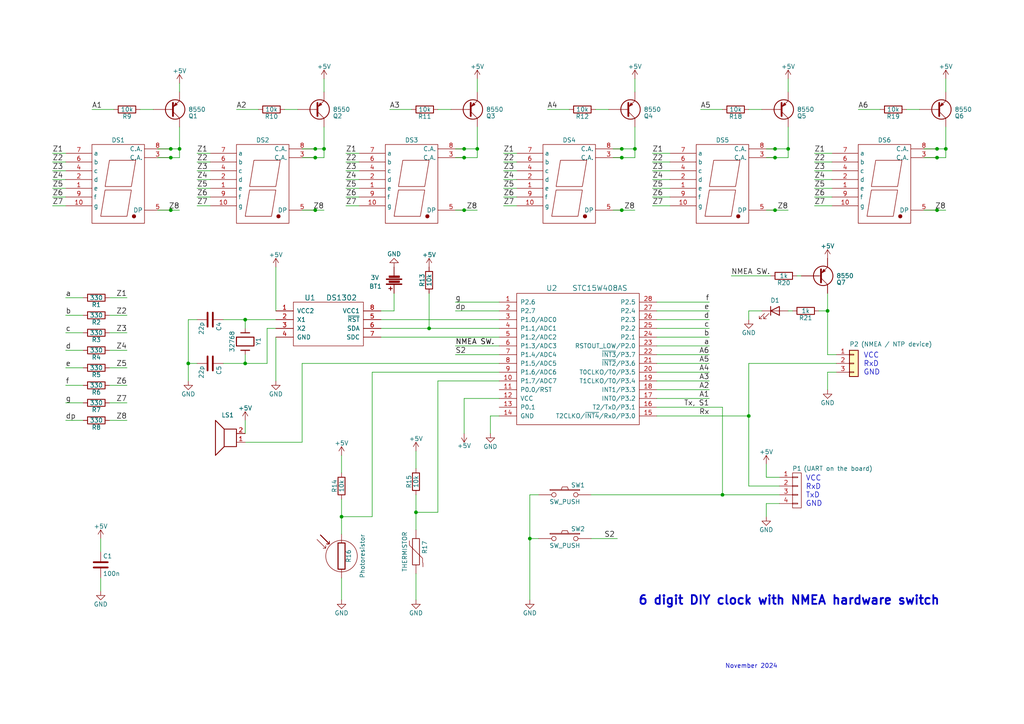
<source format=kicad_sch>
(kicad_sch (version 20231120) (generator "eeschema") (generator_version "8.0")
  (paper "A4")
  (lib_symbols
    (symbol "C_1" (pin_numbers hide) (pin_names (offset 0.254) hide)
      (property "Reference" "C" (at 0.635 2.54 0))
      (property "Value" "C" (at 0.635 -2.54 0))
      (symbol "C_1_1_1"
        (pin passive line (at 0 3.81 270) (length 2.794) (name "~") (number "1"))
        (pin passive line (at 0 -3.81 90) (length 2.794) (name "~") (number "2"))
      )
    )
    (symbol "C_2" (pin_numbers hide) (pin_names (offset 0.254) hide)
      (property "Reference" "C" (at 0.635 2.54 0))
      (property "Value" "C" (at 0.635 -2.54 0))
      (symbol "C_2_1_1"
        (pin passive line (at 0 3.81 270) (length 2.794) (name "~") (number "1"))
        (pin passive line (at 0 -3.81 90) (length 2.794) (name "~") (number "2"))
      )
    )
    (symbol "Connector_Generic:Conn_01x03" (pin_names (offset 1.016) hide)
      (property "Reference" "J" (at 0 5.08 0))
      (property "Value" "Conn_01x03" (at 0 -5.08 0))
      (symbol "Conn_01x03_1_1"
        (pin passive line (at -5.08 2.54 0) (length 3.81) (name "Pin_1") (number "1"))
        (pin passive line (at -5.08 0 0) (length 3.81) (name "Pin_2") (number "2"))
        (pin passive line (at -5.08 -2.54 0) (length 3.81) (name "Pin_3") (number "3"))
      )
    )
    (symbol "Device:LED" (pin_numbers hide) (pin_names (offset 1.016) hide)
      (property "Reference" "D" (at 0 2.54 0))
      (property "Value" "LED" (at 0 -2.54 0))
      (symbol "LED_1_1"
        (pin passive line (at -3.81 0 0) (length 2.54) (name "K") (number "1"))
        (pin passive line (at 3.81 0 180) (length 2.54) (name "A") (number "2"))
      )
    )
    (symbol "Device:Speaker" (pin_names (offset 0) hide)
      (property "Reference" "LS" (at 1.27 5.715 0))
      (property "Value" "Speaker" (at 1.27 3.81 0))
      (symbol "Speaker_1_1"
        (pin input line (at -5.08 0 0) (length 2.54) (name "1") (number "1"))
        (pin input line (at -5.08 -2.54 0) (length 2.54) (name "2") (number "2"))
      )
    )
    (symbol "S8550_1" (pin_numbers hide) (pin_names (offset 0) hide)
      (property "Reference" "Q" (at 5.08 1.905 0))
      (property "Value" "S8550" (at 5.08 0 0))
      (property "Footprint" "TO-92" (at 5.08 -1.905 0))
      (symbol "S8550_1_1_1"
        (pin passive line (at 2.54 -5.08 90) (length 2.54) (name "E") (number "1"))
        (pin input line (at -5.08 0 0) (length 5.08) (name "B") (number "2"))
        (pin passive line (at 2.54 5.08 270) (length 2.54) (name "C") (number "3"))
      )
    )
    (symbol "S8550_2" (pin_numbers hide) (pin_names (offset 0) hide)
      (property "Reference" "Q" (at 5.08 1.905 0))
      (property "Value" "S8550" (at 5.08 0 0))
      (property "Footprint" "TO-92" (at 5.08 -1.905 0))
      (symbol "S8550_2_1_1"
        (pin passive line (at 2.54 -5.08 90) (length 2.54) (name "E") (number "1"))
        (pin input line (at -5.08 0 0) (length 5.08) (name "B") (number "2"))
        (pin passive line (at 2.54 5.08 270) (length 2.54) (name "C") (number "3"))
      )
    )
    (symbol "S8550_3" (pin_numbers hide) (pin_names (offset 0) hide)
      (property "Reference" "Q" (at 5.08 1.905 0))
      (property "Value" "S8550" (at 5.08 0 0))
      (property "Footprint" "TO-92" (at 5.08 -1.905 0))
      (symbol "S8550_3_1_1"
        (pin passive line (at 2.54 -5.08 90) (length 2.54) (name "E") (number "1"))
        (pin input line (at -5.08 0 0) (length 5.08) (name "B") (number "2"))
        (pin passive line (at 2.54 5.08 270) (length 2.54) (name "C") (number "3"))
      )
    )
    (symbol "S8550_4" (pin_numbers hide) (pin_names (offset 0) hide)
      (property "Reference" "Q" (at 5.08 1.905 0))
      (property "Value" "S8550" (at 5.08 0 0))
      (property "Footprint" "TO-92" (at 5.08 -1.905 0))
      (symbol "S8550_4_1_1"
        (pin passive line (at 2.54 -5.08 90) (length 2.54) (name "E") (number "1"))
        (pin input line (at -5.08 0 0) (length 5.08) (name "B") (number "2"))
        (pin passive line (at 2.54 5.08 270) (length 2.54) (name "C") (number "3"))
      )
    )
    (symbol "S8550_5" (pin_numbers hide) (pin_names (offset 0) hide)
      (property "Reference" "Q" (at 5.08 1.905 0))
      (property "Value" "S8550" (at 5.08 0 0))
      (property "Footprint" "TO-92" (at 5.08 -1.905 0))
      (symbol "S8550_5_1_1"
        (pin passive line (at 2.54 -5.08 90) (length 2.54) (name "E") (number "1"))
        (pin input line (at -5.08 0 0) (length 5.08) (name "B") (number "2"))
        (pin passive line (at 2.54 5.08 270) (length 2.54) (name "C") (number "3"))
      )
    )
    (symbol "S8550_6" (pin_numbers hide) (pin_names (offset 0) hide)
      (property "Reference" "Q" (at 5.08 1.905 0))
      (property "Value" "S8550" (at 5.08 0 0))
      (property "Footprint" "TO-92" (at 5.08 -1.905 0))
      (symbol "S8550_6_1_1"
        (pin passive line (at 2.54 -5.08 90) (length 2.54) (name "E") (number "1"))
        (pin input line (at -5.08 0 0) (length 5.08) (name "B") (number "2"))
        (pin passive line (at 2.54 5.08 270) (length 2.54) (name "C") (number "3"))
      )
    )
    (symbol "stc_diyclock-rescue:+5V" (power) (pin_names (offset 0))
      (property "Value" "+5V" (at 0 3.556 0))
      (symbol "+5V_1_1"
        (pin power_in line (at 0 0 90) (length 0) hide (name "+5V") (number "1"))
      )
    )
    (symbol "stc_diyclock-rescue:7SEGMENTS"
      (property "Reference" "AFF" (at 0 13.97 0))
      (property "Value" "7SEGMENTS" (at 0 -11.43 0))
      (symbol "7SEGMENTS_1_1"
        (pin input line (at -15.24 0 0) (length 7.62) (name "e") (number "1"))
        (pin input line (at -15.24 -5.08 0) (length 7.62) (name "g") (number "10"))
        (pin input line (at -15.24 2.54 0) (length 7.62) (name "d") (number "2"))
        (pin input line (at 15.24 8.89 180) (length 7.62) (name "C.A.") (number "3"))
        (pin input line (at -15.24 5.08 0) (length 7.62) (name "c") (number "4"))
        (pin input line (at 15.24 -6.35 180) (length 7.62) (name "DP") (number "5"))
        (pin input line (at -15.24 7.62 0) (length 7.62) (name "b") (number "6"))
        (pin input line (at -15.24 10.16 0) (length 7.62) (name "a") (number "7"))
        (pin input line (at 15.24 11.43 180) (length 7.62) (name "C.A.") (number "8"))
        (pin input line (at -15.24 -2.54 0) (length 7.62) (name "f") (number "9"))
      )
    )
    (symbol "stc_diyclock-rescue:Battery" (pin_numbers hide) (pin_names (offset 0))
      (property "Reference" "BT" (at 2.54 1.27 0))
      (property "Value" "Battery" (at 2.54 -1.27 0))
      (symbol "Battery_1_1"
        (pin passive line (at 0 3.81 270) (length 2.54) (name "~") (number "1"))
        (pin passive line (at 0 -3.81 90) (length 2.54) (name "~") (number "2"))
      )
    )
    (symbol "stc_diyclock-rescue:C" (pin_numbers hide) (pin_names (offset 0.254))
      (property "Reference" "C" (at 0.635 2.54 0))
      (property "Value" "C" (at 0.635 -2.54 0))
      (symbol "C_1_1"
        (pin passive line (at 0 3.81 270) (length 2.794) (name "~") (number "1"))
        (pin passive line (at 0 -3.81 90) (length 2.794) (name "~") (number "2"))
      )
    )
    (symbol "stc_diyclock-rescue:CONN_01X04" (pin_names (offset 1.016) hide)
      (property "Reference" "P" (at 0 6.35 0))
      (property "Value" "CONN_01X04" (at 2.54 0 90))
      (symbol "CONN_01X04_1_1"
        (pin passive line (at -5.08 3.81 0) (length 3.81) (name "P1") (number "1"))
        (pin passive line (at -5.08 1.27 0) (length 3.81) (name "P2") (number "2"))
        (pin passive line (at -5.08 -1.27 0) (length 3.81) (name "P3") (number "3"))
        (pin passive line (at -5.08 -3.81 0) (length 3.81) (name "P4") (number "4"))
      )
    )
    (symbol "stc_diyclock-rescue:Crystal" (pin_numbers hide) (pin_names (offset 1.016) hide)
      (property "Reference" "Y" (at 0 3.81 0))
      (property "Value" "Crystal" (at 0 -3.81 0))
      (symbol "Crystal_1_1"
        (pin passive line (at -3.81 0 0) (length 1.27) (name "1") (number "1"))
        (pin passive line (at 3.81 0 180) (length 1.27) (name "2") (number "2"))
      )
    )
    (symbol "stc_diyclock-rescue:DS1302" (pin_names (offset 1.016))
      (property "Reference" "U" (at 0 7.62 0))
      (property "Value" "DS1302" (at 0 -7.62 0))
      (symbol "DS1302_1_1"
        (pin input line (at -15.24 3.81 0) (length 5.08) (name "VCC2") (number "1"))
        (pin input line (at -15.24 1.27 0) (length 5.08) (name "X1") (number "2"))
        (pin output line (at -15.24 -1.27 0) (length 5.08) (name "X2") (number "3"))
        (pin power_in line (at -15.24 -3.81 0) (length 5.08) (name "GND") (number "4"))
        (pin input line (at 15.24 1.27 180) (length 5.08) (name "~{RST}") (number "5"))
        (pin bidirectional line (at 15.24 -1.27 180) (length 5.08) (name "SDA") (number "6"))
        (pin input line (at 15.24 -3.81 180) (length 5.08) (name "SDC") (number "7"))
        (pin power_in line (at 15.24 3.81 180) (length 5.08) (name "VCC1") (number "8"))
      )
    )
    (symbol "stc_diyclock-rescue:GND" (power) (pin_names (offset 0))
      (property "Value" "GND" (at 0 -3.81 0))
      (symbol "GND_1_1"
        (pin power_in line (at 0 0 270) (length 0) hide (name "GND") (number "1"))
      )
    )
    (symbol "stc_diyclock-rescue:Photores" (pin_numbers hide) (pin_names (offset 0))
      (property "Reference" "R" (at 2.032 0 90))
      (property "Value" "Photores" (at 5.334 0 90))
      (symbol "Photores_1_1"
        (pin passive line (at 0 6.35 270) (length 2.54) (name "~") (number "1"))
        (pin passive line (at 0 -6.35 90) (length 2.54) (name "~") (number "2"))
      )
    )
    (symbol "stc_diyclock-rescue:R" (pin_numbers hide) (pin_names (offset 0))
      (property "Reference" "R" (at 2.032 0 90))
      (property "Value" "R" (at 0 0 90))
      (symbol "R_1_1"
        (pin passive line (at 0 3.81 270) (length 1.27) (name "~") (number "1"))
        (pin passive line (at 0 -3.81 90) (length 1.27) (name "~") (number "2"))
      )
    )
    (symbol "stc_diyclock-rescue:S8550" (pin_numbers hide) (pin_names (offset 0) hide)
      (property "Reference" "Q" (at 5.08 1.905 0))
      (property "Value" "S8550" (at 5.08 0 0))
      (property "Footprint" "TO-92" (at 5.08 -1.905 0))
      (symbol "S8550_1_1"
        (pin passive line (at 2.54 -5.08 90) (length 2.54) (name "E") (number "1"))
        (pin input line (at -5.08 0 0) (length 5.08) (name "B") (number "2"))
        (pin passive line (at 2.54 5.08 270) (length 2.54) (name "C") (number "3"))
      )
    )
    (symbol "stc_diyclock-rescue:STC15W408AS" (pin_names (offset 1.016))
      (property "Reference" "U" (at 0 20.32 0))
      (property "Value" "STC15W408AS" (at 0 -20.32 0))
      (symbol "STC15W408AS_1_1"
        (pin bidirectional line (at -22.86 16.51 0) (length 5.08) (name "P2.6") (number "1"))
        (pin bidirectional line (at -22.86 -6.35 0) (length 5.08) (name "P1.7/ADC7") (number "10"))
        (pin bidirectional line (at -22.86 -8.89 0) (length 5.08) (name "P0.0/RST") (number "11"))
        (pin power_in line (at -22.86 -11.43 0) (length 5.08) (name "VCC") (number "12"))
        (pin bidirectional line (at -22.86 -13.97 0) (length 5.08) (name "P0.1") (number "13"))
        (pin input line (at -22.86 -16.51 0) (length 5.08) (name "GND") (number "14"))
        (pin bidirectional line (at 22.86 -16.51 180) (length 5.08) (name "T2CLKO/~{INT4}/RxD/P3.0") (number "15"))
        (pin bidirectional line (at 22.86 -13.97 180) (length 5.08) (name "T2/TxD/P3.1") (number "16"))
        (pin bidirectional line (at 22.86 -11.43 180) (length 5.08) (name "INT0/P3.2") (number "17"))
        (pin bidirectional line (at 22.86 -8.89 180) (length 5.08) (name "INT1/P3.3") (number "18"))
        (pin bidirectional line (at 22.86 -6.35 180) (length 5.08) (name "T1CLKO/T0/P3.4") (number "19"))
        (pin bidirectional line (at -22.86 13.97 0) (length 5.08) (name "P2.7") (number "2"))
        (pin bidirectional line (at 22.86 -3.81 180) (length 5.08) (name "T0CLKO/T0/P3.5") (number "20"))
        (pin bidirectional line (at 22.86 -1.27 180) (length 5.08) (name "~{INT2}/P3.6") (number "21"))
        (pin bidirectional line (at 22.86 1.27 180) (length 5.08) (name "~{INT3}/P3.7") (number "22"))
        (pin bidirectional line (at 22.86 3.81 180) (length 5.08) (name "RSTOUT_LOW/P2.0") (number "23"))
        (pin bidirectional line (at 22.86 6.35 180) (length 5.08) (name "P2.1") (number "24"))
        (pin bidirectional line (at 22.86 8.89 180) (length 5.08) (name "P2.2") (number "25"))
        (pin bidirectional line (at 22.86 11.43 180) (length 5.08) (name "P2.3") (number "26"))
        (pin bidirectional line (at 22.86 13.97 180) (length 5.08) (name "P2.4") (number "27"))
        (pin bidirectional line (at 22.86 16.51 180) (length 5.08) (name "P2.5") (number "28"))
        (pin bidirectional line (at -22.86 11.43 0) (length 5.08) (name "P1.0/ADC0") (number "3"))
        (pin bidirectional line (at -22.86 8.89 0) (length 5.08) (name "P1.1/ADC1") (number "4"))
        (pin bidirectional line (at -22.86 6.35 0) (length 5.08) (name "P1.2/ADC2") (number "5"))
        (pin bidirectional line (at -22.86 3.81 0) (length 5.08) (name "P1.3/ADC3") (number "6"))
        (pin bidirectional line (at -22.86 1.27 0) (length 5.08) (name "P1.4/ADC4") (number "7"))
        (pin bidirectional line (at -22.86 -1.27 0) (length 5.08) (name "P1.5/ADC5") (number "8"))
        (pin bidirectional line (at -22.86 -3.81 0) (length 5.08) (name "P1.6/ADC6") (number "9"))
      )
    )
    (symbol "stc_diyclock-rescue:SW_PUSH" (pin_numbers hide) (pin_names (offset 1.016) hide)
      (property "Reference" "SW" (at 3.81 2.794 0))
      (property "Value" "SW_PUSH" (at 0 -2.032 0))
      (symbol "SW_PUSH_0_1"
        (pin passive inverted (at -7.62 0 0) (length 5.08) (name "1") (number "1"))
        (pin passive inverted (at 7.62 0 180) (length 5.08) (name "2") (number "2"))
      )
    )
    (symbol "stc_diyclock-rescue:THERMISTOR" (pin_numbers hide) (pin_names (offset 0))
      (property "Reference" "TH" (at 2.54 1.27 90))
      (property "Value" "THERMISTOR" (at -2.54 0 90))
      (symbol "THERMISTOR_0_1"
        (text "-" (at 1.905 -3.81 900) (effects (font (size 1.524 1.524))))
      )
      (symbol "THERMISTOR_1_1"
        (pin passive line (at 0 6.35 270) (length 2.54) (name "~") (number "1"))
        (pin passive line (at 0 -6.35 90) (length 2.54) (name "~") (number "2"))
      )
    )
  )
  (junction (at 180.34 60.96))
  (junction (at 91.44 45.72))
  (junction (at 271.78 45.72))
  (junction (at 91.44 60.96))
  (junction (at 224.79 43.18))
  (junction (at 120.65 148.59))
  (junction (at 224.79 45.72))
  (junction (at 54.61 105.41))
  (junction (at 134.62 43.18))
  (junction (at 124.46 95.25))
  (junction (at 52.07 43.18))
  (junction (at 134.62 45.72))
  (junction (at 49.53 45.72))
  (junction (at 49.53 43.18))
  (junction (at 99.06 149.86))
  (junction (at 91.44 43.18))
  (junction (at 209.55 143.51))
  (junction (at 271.78 43.18))
  (junction (at 49.53 60.96))
  (junction (at 180.34 45.72))
  (junction (at 71.12 92.71))
  (junction (at 153.67 156.21))
  (junction (at 224.79 60.96))
  (junction (at 240.03 90.17))
  (junction (at 93.98 43.18))
  (junction (at 134.62 60.96))
  (junction (at 184.15 43.18))
  (junction (at 217.17 120.65))
  (junction (at 271.78 60.96))
  (junction (at 71.12 105.41))
  (junction (at 228.6 43.18))
  (junction (at 138.43 43.18))
  (junction (at 180.34 43.18))
  (junction (at 274.32 43.18))
  (wire (pts (xy 224.79 45.72) (xy 228.6 45.72)))
  (wire (pts (xy 190.5 113.03) (xy 205.74 113.03)))
  (wire (pts (xy 54.61 105.41) (xy 57.15 105.41)))
  (wire (pts (xy 190.5 95.25) (xy 205.74 95.25)))
  (wire (pts (xy 31.75 111.76) (xy 36.83 111.76)))
  (wire (pts (xy 107.95 107.95) (xy 144.78 107.95)))
  (wire (pts (xy 91.44 43.18) (xy 93.98 43.18)))
  (wire (pts (xy 153.67 143.51) (xy 156.21 143.51)))
  (wire (pts (xy 228.6 26.67) (xy 228.6 22.86)))
  (wire (pts (xy 52.07 43.18) (xy 52.07 36.83)))
  (wire (pts (xy 82.55 31.75) (xy 86.36 31.75)))
  (wire (pts (xy 194.31 49.53) (xy 189.23 49.53)))
  (wire (pts (xy 144.78 100.33) (xy 132.08 100.33)))
  (wire (pts (xy 31.75 96.52) (xy 36.83 96.52)))
  (wire (pts (xy 87.63 43.18) (xy 91.44 43.18)))
  (wire (pts (xy 24.13 111.76) (xy 19.05 111.76)))
  (wire (pts (xy 71.12 95.25) (xy 71.12 92.71)))
  (wire (pts (xy 60.96 54.61) (xy 57.15 54.61)))
  (wire (pts (xy 274.32 43.18) (xy 274.32 36.83)))
  (wire (pts (xy 226.06 146.05) (xy 222.25 146.05)))
  (wire (pts (xy 99.06 149.86) (xy 107.95 149.86)))
  (wire (pts (xy 138.43 26.67) (xy 138.43 22.86)))
  (wire (pts (xy 60.96 57.15) (xy 57.15 57.15)))
  (wire (pts (xy 120.65 143.51) (xy 120.65 148.59)))
  (wire (pts (xy 31.75 106.68) (xy 36.83 106.68)))
  (wire (pts (xy 241.3 57.15) (xy 236.22 57.15)))
  (wire (pts (xy 190.5 120.65) (xy 217.17 120.65)))
  (wire (pts (xy 223.52 80.01) (xy 212.09 80.01)))
  (wire (pts (xy 222.25 45.72) (xy 224.79 45.72)))
  (wire (pts (xy 45.72 60.96) (xy 49.53 60.96)))
  (wire (pts (xy 180.34 45.72) (xy 184.15 45.72)))
  (wire (pts (xy 194.31 46.99) (xy 189.23 46.99)))
  (wire (pts (xy 190.5 110.49) (xy 205.74 110.49)))
  (wire (pts (xy 153.67 156.21) (xy 153.67 173.99)))
  (wire (pts (xy 44.45 31.75) (xy 40.64 31.75)))
  (wire (pts (xy 171.45 143.51) (xy 209.55 143.51)))
  (wire (pts (xy 274.32 45.72) (xy 274.32 43.18)))
  (wire (pts (xy 31.75 86.36) (xy 36.83 86.36)))
  (wire (pts (xy 60.96 46.99) (xy 57.15 46.99)))
  (wire (pts (xy 144.78 115.57) (xy 134.62 115.57)))
  (wire (pts (xy 104.14 52.07) (xy 100.33 52.07)))
  (wire (pts (xy 24.13 86.36) (xy 19.05 86.36)))
  (wire (pts (xy 240.03 90.17) (xy 240.03 102.87)))
  (wire (pts (xy 144.78 120.65) (xy 142.24 120.65)))
  (wire (pts (xy 60.96 59.69) (xy 57.15 59.69)))
  (wire (pts (xy 241.3 46.99) (xy 236.22 46.99)))
  (wire (pts (xy 184.15 43.18) (xy 184.15 36.83)))
  (wire (pts (xy 93.98 43.18) (xy 93.98 36.83)))
  (wire (pts (xy 190.5 107.95) (xy 205.74 107.95)))
  (wire (pts (xy 132.08 45.72) (xy 134.62 45.72)))
  (wire (pts (xy 134.62 60.96) (xy 138.43 60.96)))
  (wire (pts (xy 19.05 57.15) (xy 15.24 57.15)))
  (wire (pts (xy 209.55 118.11) (xy 209.55 143.51)))
  (wire (pts (xy 209.55 143.51) (xy 226.06 143.51)))
  (wire (pts (xy 177.8 45.72) (xy 180.34 45.72)))
  (wire (pts (xy 49.53 45.72) (xy 52.07 45.72)))
  (wire (pts (xy 24.13 91.44) (xy 19.05 91.44)))
  (wire (pts (xy 222.25 146.05) (xy 222.25 149.86)))
  (wire (pts (xy 255.27 31.75) (xy 248.92 31.75)))
  (wire (pts (xy 267.97 43.18) (xy 271.78 43.18)))
  (wire (pts (xy 241.3 44.45) (xy 236.22 44.45)))
  (wire (pts (xy 110.49 97.79) (xy 144.78 97.79)))
  (wire (pts (xy 77.47 105.41) (xy 77.47 95.25)))
  (wire (pts (xy 184.15 45.72) (xy 184.15 43.18)))
  (wire (pts (xy 180.34 60.96) (xy 184.15 60.96)))
  (wire (pts (xy 134.62 43.18) (xy 138.43 43.18)))
  (wire (pts (xy 224.79 43.18) (xy 228.6 43.18)))
  (wire (pts (xy 49.53 60.96) (xy 52.07 60.96)))
  (wire (pts (xy 104.14 57.15) (xy 100.33 57.15)))
  (wire (pts (xy 104.14 49.53) (xy 100.33 49.53)))
  (wire (pts (xy 31.75 91.44) (xy 36.83 91.44)))
  (wire (pts (xy 149.86 52.07) (xy 146.05 52.07)))
  (wire (pts (xy 138.43 45.72) (xy 138.43 43.18)))
  (wire (pts (xy 194.31 44.45) (xy 189.23 44.45)))
  (wire (pts (xy 228.6 43.18) (xy 228.6 36.83)))
  (wire (pts (xy 99.06 149.86) (xy 99.06 154.94)))
  (wire (pts (xy 132.08 43.18) (xy 134.62 43.18)))
  (wire (pts (xy 190.5 90.17) (xy 205.74 90.17)))
  (wire (pts (xy 31.75 101.6) (xy 36.83 101.6)))
  (wire (pts (xy 24.13 116.84) (xy 19.05 116.84)))
  (wire (pts (xy 209.55 31.75) (xy 203.2 31.75)))
  (wire (pts (xy 107.95 107.95) (xy 107.95 149.86)))
  (wire (pts (xy 217.17 90.17) (xy 217.17 92.71)))
  (wire (pts (xy 228.6 90.17) (xy 229.87 90.17)))
  (wire (pts (xy 144.78 87.63) (xy 132.08 87.63)))
  (wire (pts (xy 222.25 138.43) (xy 226.06 138.43)))
  (wire (pts (xy 190.5 100.33) (xy 205.74 100.33)))
  (wire (pts (xy 271.78 60.96) (xy 274.32 60.96)))
  (wire (pts (xy 190.5 102.87) (xy 205.74 102.87)))
  (wire (pts (xy 80.01 77.47) (xy 80.01 90.17)))
  (wire (pts (xy 119.38 31.75) (xy 113.03 31.75)))
  (wire (pts (xy 120.65 166.37) (xy 120.65 173.99)))
  (wire (pts (xy 241.3 49.53) (xy 236.22 49.53)))
  (wire (pts (xy 45.72 43.18) (xy 49.53 43.18)))
  (wire (pts (xy 190.5 97.79) (xy 205.74 97.79)))
  (wire (pts (xy 110.49 95.25) (xy 124.46 95.25)))
  (wire (pts (xy 222.25 60.96) (xy 224.79 60.96)))
  (wire (pts (xy 240.03 107.95) (xy 240.03 113.03)))
  (wire (pts (xy 180.34 43.18) (xy 184.15 43.18)))
  (wire (pts (xy 149.86 46.99) (xy 146.05 46.99)))
  (wire (pts (xy 222.25 43.18) (xy 224.79 43.18)))
  (wire (pts (xy 24.13 96.52) (xy 19.05 96.52)))
  (wire (pts (xy 194.31 52.07) (xy 189.23 52.07)))
  (wire (pts (xy 144.78 110.49) (xy 127 110.49)))
  (wire (pts (xy 71.12 105.41) (xy 71.12 102.87)))
  (wire (pts (xy 120.65 148.59) (xy 120.65 153.67)))
  (wire (pts (xy 134.62 45.72) (xy 138.43 45.72)))
  (wire (pts (xy 104.14 46.99) (xy 100.33 46.99)))
  (wire (pts (xy 120.65 135.89) (xy 120.65 130.81)))
  (wire (pts (xy 31.75 121.92) (xy 36.83 121.92)))
  (wire (pts (xy 124.46 85.09) (xy 124.46 95.25)))
  (wire (pts (xy 217.17 140.97) (xy 226.06 140.97)))
  (wire (pts (xy 110.49 92.71) (xy 144.78 92.71)))
  (wire (pts (xy 171.45 156.21) (xy 179.07 156.21)))
  (wire (pts (xy 29.21 156.21) (xy 29.21 160.02)))
  (wire (pts (xy 19.05 54.61) (xy 15.24 54.61)))
  (wire (pts (xy 153.67 156.21) (xy 156.21 156.21)))
  (wire (pts (xy 31.75 116.84) (xy 36.83 116.84)))
  (wire (pts (xy 87.63 128.27) (xy 71.12 128.27)))
  (wire (pts (xy 104.14 54.61) (xy 100.33 54.61)))
  (wire (pts (xy 19.05 52.07) (xy 15.24 52.07)))
  (wire (pts (xy 87.63 45.72) (xy 91.44 45.72)))
  (wire (pts (xy 149.86 49.53) (xy 146.05 49.53)))
  (wire (pts (xy 222.25 134.62) (xy 222.25 138.43)))
  (wire (pts (xy 60.96 52.07) (xy 57.15 52.07)))
  (wire (pts (xy 49.53 43.18) (xy 52.07 43.18)))
  (wire (pts (xy 87.63 60.96) (xy 91.44 60.96)))
  (wire (pts (xy 190.5 115.57) (xy 205.74 115.57)))
  (wire (pts (xy 132.08 60.96) (xy 134.62 60.96)))
  (wire (pts (xy 194.31 57.15) (xy 189.23 57.15)))
  (wire (pts (xy 99.06 144.78) (xy 99.06 149.86)))
  (wire (pts (xy 177.8 60.96) (xy 180.34 60.96)))
  (wire (pts (xy 142.24 120.65) (xy 142.24 125.73)))
  (wire (pts (xy 266.7 31.75) (xy 262.89 31.75)))
  (wire (pts (xy 220.98 31.75) (xy 217.17 31.75)))
  (wire (pts (xy 271.78 43.18) (xy 274.32 43.18)))
  (wire (pts (xy 149.86 59.69) (xy 146.05 59.69)))
  (wire (pts (xy 194.31 54.61) (xy 189.23 54.61)))
  (wire (pts (xy 54.61 92.71) (xy 54.61 105.41)))
  (wire (pts (xy 24.13 101.6) (xy 19.05 101.6)))
  (wire (pts (xy 110.49 90.17) (xy 114.3 90.17)))
  (wire (pts (xy 52.07 45.72) (xy 52.07 43.18)))
  (wire (pts (xy 237.49 90.17) (xy 240.03 90.17)))
  (wire (pts (xy 274.32 26.67) (xy 274.32 22.86)))
  (wire (pts (xy 190.5 105.41) (xy 205.74 105.41)))
  (wire (pts (xy 228.6 45.72) (xy 228.6 43.18)))
  (wire (pts (xy 124.46 95.25) (xy 144.78 95.25)))
  (wire (pts (xy 19.05 59.69) (xy 15.24 59.69)))
  (wire (pts (xy 149.86 57.15) (xy 146.05 57.15)))
  (wire (pts (xy 80.01 92.71) (xy 71.12 92.71)))
  (wire (pts (xy 165.1 31.75) (xy 158.75 31.75)))
  (wire (pts (xy 19.05 46.99) (xy 15.24 46.99)))
  (wire (pts (xy 71.12 121.92) (xy 71.12 125.73)))
  (wire (pts (xy 24.13 121.92) (xy 19.05 121.92)))
  (wire (pts (xy 144.78 102.87) (xy 132.08 102.87)))
  (wire (pts (xy 93.98 45.72) (xy 93.98 43.18)))
  (wire (pts (xy 242.57 105.41) (xy 217.17 105.41)))
  (wire (pts (xy 120.65 148.59) (xy 127 148.59)))
  (wire (pts (xy 52.07 26.67) (xy 52.07 24.13)))
  (wire (pts (xy 60.96 49.53) (xy 57.15 49.53)))
  (wire (pts (xy 241.3 52.07) (xy 236.22 52.07)))
  (wire (pts (xy 240.03 102.87) (xy 242.57 102.87)))
  (wire (pts (xy 54.61 105.41) (xy 54.61 110.49)))
  (wire (pts (xy 144.78 90.17) (xy 132.08 90.17)))
  (wire (pts (xy 149.86 44.45) (xy 146.05 44.45)))
  (wire (pts (xy 99.06 167.64) (xy 99.06 173.99)))
  (wire (pts (xy 91.44 60.96) (xy 93.98 60.96)))
  (wire (pts (xy 130.81 31.75) (xy 127 31.75)))
  (wire (pts (xy 64.77 105.41) (xy 71.12 105.41)))
  (wire (pts (xy 217.17 120.65) (xy 217.17 140.97)))
  (wire (pts (xy 45.72 45.72) (xy 49.53 45.72)))
  (wire (pts (xy 232.41 80.01) (xy 231.14 80.01)))
  (wire (pts (xy 71.12 105.41) (xy 77.47 105.41)))
  (wire (pts (xy 71.12 92.71) (xy 64.77 92.71)))
  (wire (pts (xy 19.05 49.53) (xy 15.24 49.53)))
  (wire (pts (xy 91.44 45.72) (xy 93.98 45.72)))
  (wire (pts (xy 33.02 31.75) (xy 26.67 31.75)))
  (wire (pts (xy 104.14 59.69) (xy 100.33 59.69)))
  (wire (pts (xy 87.63 105.41) (xy 87.63 128.27)))
  (wire (pts (xy 149.86 54.61) (xy 146.05 54.61)))
  (wire (pts (xy 271.78 45.72) (xy 274.32 45.72)))
  (wire (pts (xy 217.17 105.41) (xy 217.17 120.65)))
  (wire (pts (xy 99.06 137.16) (xy 99.06 132.08)))
  (wire (pts (xy 184.15 26.67) (xy 184.15 22.86)))
  (wire (pts (xy 190.5 118.11) (xy 209.55 118.11)))
  (wire (pts (xy 240.03 85.09) (xy 240.03 90.17)))
  (wire (pts (xy 177.8 43.18) (xy 180.34 43.18)))
  (wire (pts (xy 114.3 85.09) (xy 114.3 90.17)))
  (wire (pts (xy 93.98 26.67) (xy 93.98 22.86)))
  (wire (pts (xy 144.78 105.41) (xy 87.63 105.41)))
  (wire (pts (xy 176.53 31.75) (xy 172.72 31.75)))
  (wire (pts (xy 60.96 44.45) (xy 57.15 44.45)))
  (wire (pts (xy 224.79 60.96) (xy 228.6 60.96)))
  (wire (pts (xy 194.31 59.69) (xy 189.23 59.69)))
  (wire (pts (xy 190.5 92.71) (xy 205.74 92.71)))
  (wire (pts (xy 29.21 167.64) (xy 29.21 171.45)))
  (wire (pts (xy 241.3 54.61) (xy 236.22 54.61)))
  (wire (pts (xy 57.15 92.71) (xy 54.61 92.71)))
  (wire (pts (xy 134.62 115.57) (xy 134.62 125.73)))
  (wire (pts (xy 127 110.49) (xy 127 148.59)))
  (wire (pts (xy 104.14 44.45) (xy 100.33 44.45)))
  (wire (pts (xy 74.93 31.75) (xy 68.58 31.75)))
  (wire (pts (xy 242.57 107.95) (xy 240.03 107.95)))
  (wire (pts (xy 220.98 90.17) (xy 217.17 90.17)))
  (wire (pts (xy 241.3 59.69) (xy 236.22 59.69)))
  (wire (pts (xy 138.43 43.18) (xy 138.43 36.83)))
  (wire (pts (xy 190.5 87.63) (xy 205.74 87.63)))
  (wire (pts (xy 153.67 143.51) (xy 153.67 156.21)))
  (wire (pts (xy 24.13 106.68) (xy 19.05 106.68)))
  (wire (pts (xy 267.97 60.96) (xy 271.78 60.96)))
  (wire (pts (xy 19.05 44.45) (xy 15.24 44.45)))
  (wire (pts (xy 80.01 97.79) (xy 80.01 110.49)))
  (wire (pts (xy 267.97 45.72) (xy 271.78 45.72)))
  (wire (pts (xy 80.01 95.25) (xy 77.47 95.25)))
  (text "VCC\nRxD\nTxD\nGND" (at 233.68 147.066 0) (effects (font (size 1.524 1.524)) (justify left bottom)))
  (text "VCC\nRxD\nGND" (at 250.444 108.966 0) (effects (font (size 1.524 1.524)) (justify left bottom)))
  (text "November 2024" (at 217.932 193.294 0) (effects (font (size 1.27 1.27))))
  (text "6 digit DIY clock with NMEA hardware switch" (at 228.854 174.244 0) (effects (font (size 2.54 2.54) (thickness 0.508) (bold yes))))
  (label "c" (at 19.05 96.52 0) (effects (font (size 1.524 1.524))))
  (label "Z2" (at 146.05 46.99 0) (effects (font (size 1.524 1.524))))
  (label "d" (at 19.05 101.6 0) (effects (font (size 1.524 1.524))))
  (label "Z4" (at 236.22 52.07 0) (effects (font (size 1.524 1.524))))
  (label "dp" (at 132.08 90.17 0) (effects (font (size 1.524 1.524))))
  (label "Z5" (at 189.23 54.61 0) (effects (font (size 1.524 1.524))))
  (label "a" (at 19.05 86.36 0) (effects (font (size 1.524 1.524))))
  (label "b" (at 19.05 91.44 0) (effects (font (size 1.524 1.524))))
  (label "  " (at 132.08 118.11 0) (effects (font (size 1.524 1.524))))
  (label "Z1" (at 189.23 44.45 0) (effects (font (size 1.524 1.524))))
  (label "NMEA SW." (at 132.08 100.33 0) (effects (font (size 1.524 1.524) (thickness 0.1905))))
  (label "A6" (at 248.92 31.75 0) (effects (font (size 1.524 1.524))))
  (label "Z6" (at 57.15 57.15 0) (effects (font (size 1.524 1.524))))
  (label "Z2" (at 36.83 91.44 180) (effects (font (size 1.524 1.524))))
  (label "A6" (at 205.74 102.87 180) (effects (font (size 1.524 1.524))))
  (label "Z8" (at 184.15 60.96 180) (effects (font (size 1.524 1.524))))
  (label "Z4" (at 100.33 52.07 0) (effects (font (size 1.524 1.524))))
  (label "Z3" (at 146.05 49.53 0) (effects (font (size 1.524 1.524))))
  (label "A1" (at 205.74 115.57 180) (effects (font (size 1.524 1.524))))
  (label "A4" (at 158.75 31.75 0) (effects (font (size 1.524 1.524))))
  (label "Z2" (at 57.15 46.99 0) (effects (font (size 1.524 1.524))))
  (label "g" (at 132.08 87.63 0) (effects (font (size 1.524 1.524))))
  (label "Z4" (at 146.05 52.07 0) (effects (font (size 1.524 1.524))))
  (label "Z3" (at 15.24 49.53 0) (effects (font (size 1.524 1.524))))
  (label "Z1" (at 36.83 86.36 180) (effects (font (size 1.524 1.524))))
  (label "Z4" (at 189.23 52.07 0) (effects (font (size 1.524 1.524))))
  (label "Z7" (at 57.15 59.69 0) (effects (font (size 1.524 1.524))))
  (label "Z8" (at 52.07 60.96 180) (effects (font (size 1.524 1.524))))
  (label "Z5" (at 57.15 54.61 0) (effects (font (size 1.524 1.524))))
  (label "Z3" (at 57.15 49.53 0) (effects (font (size 1.524 1.524))))
  (label "a" (at 205.74 100.33 180) (effects (font (size 1.524 1.524))))
  (label "Z1" (at 146.05 44.45 0) (effects (font (size 1.524 1.524))))
  (label "Z3" (at 189.23 49.53 0) (effects (font (size 1.524 1.524))))
  (label "A2" (at 68.58 31.75 0) (effects (font (size 1.524 1.524))))
  (label "Z7" (at 36.83 116.84 180) (effects (font (size 1.524 1.524))))
  (label "f" (at 19.05 111.76 0) (effects (font (size 1.524 1.524))))
  (label "Z6" (at 146.05 57.15 0) (effects (font (size 1.524 1.524))))
  (label "Z1" (at 57.15 44.45 0) (effects (font (size 1.524 1.524))))
  (label "f" (at 205.74 87.63 180) (effects (font (size 1.524 1.524))))
  (label "Z7" (at 189.23 59.69 0) (effects (font (size 1.524 1.524))))
  (label "b" (at 205.74 97.79 180) (effects (font (size 1.524 1.524))))
  (label "Z4" (at 15.24 52.07 0) (effects (font (size 1.524 1.524))))
  (label "Z5" (at 36.83 106.68 180) (effects (font (size 1.524 1.524))))
  (label "A3" (at 205.74 110.49 180) (effects (font (size 1.524 1.524))))
  (label "  " (at 132.08 113.03 0) (effects (font (size 1.524 1.524))))
  (label "A5" (at 205.74 105.41 180) (effects (font (size 1.524 1.524))))
  (label "Z1" (at 15.24 44.45 0) (effects (font (size 1.524 1.524))))
  (label "Rx" (at 205.74 120.65 180) (effects (font (size 1.524 1.524))))
  (label "Z6" (at 15.24 57.15 0) (effects (font (size 1.524 1.524))))
  (label "Tx, S1" (at 205.74 118.11 180) (effects (font (size 1.524 1.524))))
  (label "NMEA SW." (at 212.09 80.01 0) (effects (font (size 1.524 1.524))))
  (label "Z8" (at 274.32 60.96 180) (effects (font (size 1.524 1.524))))
  (label "Z5" (at 146.05 54.61 0) (effects (font (size 1.524 1.524))))
  (label "Z7" (at 100.33 59.69 0) (effects (font (size 1.524 1.524))))
  (label "Z3" (at 236.22 49.53 0) (effects (font (size 1.524 1.524))))
  (label "d" (at 205.74 92.71 180) (effects (font (size 1.524 1.524))))
  (label "Z5" (at 15.24 54.61 0) (effects (font (size 1.524 1.524))))
  (label "e" (at 19.05 106.68 0) (effects (font (size 1.524 1.524))))
  (label "Z6" (at 100.33 57.15 0) (effects (font (size 1.524 1.524))))
  (label "A4" (at 205.74 107.95 180) (effects (font (size 1.524 1.524))))
  (label "A1" (at 26.67 31.75 0) (effects (font (size 1.524 1.524))))
  (label "Z4" (at 57.15 52.07 0) (effects (font (size 1.524 1.524))))
  (label "g" (at 19.05 116.84 0) (effects (font (size 1.524 1.524))))
  (label "Z7" (at 146.05 59.69 0) (effects (font (size 1.524 1.524))))
  (label "Z6" (at 236.22 57.15 0) (effects (font (size 1.524 1.524))))
  (label "Z7" (at 236.22 59.69 0) (effects (font (size 1.524 1.524))))
  (label "S2" (at 175.26 156.21 0) (effects (font (size 1.524 1.524))))
  (label "Z1" (at 100.33 44.45 0) (effects (font (size 1.524 1.524))))
  (label "Z6" (at 36.83 111.76 180) (effects (font (size 1.524 1.524))))
  (label "Z3" (at 100.33 49.53 0) (effects (font (size 1.524 1.524))))
  (label "Z8" (at 138.43 60.96 180) (effects (font (size 1.524 1.524))))
  (label "Z2" (at 100.33 46.99 0) (effects (font (size 1.524 1.524))))
  (label "Z8" (at 36.83 121.92 180) (effects (font (size 1.524 1.524))))
  (label "dp" (at 19.05 121.92 0) (effects (font (size 1.524 1.524))))
  (label "A5" (at 203.2 31.75 0) (effects (font (size 1.524 1.524))))
  (label "Z2" (at 189.23 46.99 0) (effects (font (size 1.524 1.524))))
  (label "Z5" (at 100.33 54.61 0) (effects (font (size 1.524 1.524))))
  (label "c" (at 205.74 95.25 180) (effects (font (size 1.524 1.524))))
  (label "Z7" (at 15.24 59.69 0) (effects (font (size 1.524 1.524))))
  (label "e" (at 205.74 90.17 180) (effects (font (size 1.524 1.524))))
  (label "Z2" (at 236.22 46.99 0) (effects (font (size 1.524 1.524))))
  (label "Z6" (at 189.23 57.15 0) (effects (font (size 1.524 1.524))))
  (label "Z4" (at 36.83 101.6 180) (effects (font (size 1.524 1.524))))
  (label "Z1" (at 236.22 44.45 0) (effects (font (size 1.524 1.524))))
  (label "Z8" (at 228.6 60.96 180) (effects (font (size 1.524 1.524))))
  (label "A2" (at 205.74 113.03 180) (effects (font (size 1.524 1.524))))
  (label "Z3" (at 36.83 96.52 180) (effects (font (size 1.524 1.524))))
  (label "Z8" (at 93.98 60.96 180) (effects (font (size 1.524 1.524))))
  (label "S2" (at 132.08 102.87 0) (effects (font (size 1.524 1.524))))
  (label "A3" (at 113.03 31.75 0) (effects (font (size 1.524 1.524))))
  (label "Z5" (at 236.22 54.61 0) (effects (font (size 1.524 1.524))))
  (label "Z2" (at 15.24 46.99 0) (effects (font (size 1.524 1.524))))
  (symbol (lib_id "stc_diyclock-rescue:R") (at 27.94 106.68 270) (unit 1)
    (property "Reference" "R5" (at 27.94 108.712 90))
    (property "Value" "330" (at 27.94 106.68 90))
  )
  (symbol (lib_id "stc_diyclock-rescue:GND") (at 80.01 110.49 0) (unit 1)
    (property "Reference" "#PWR09" (effects (hide yes)))
    (property "Value" "GND" (at 80.01 114.3 0))
  )
  (symbol (lib_id "stc_diyclock-rescue:S8550") (at 237.49 80.01 0) (mirror x) (unit 1)
    (property "Reference" "Q7" (at 242.57 81.915 0) (effects (justify left)))
    (property "Value" "8550" (at 242.57 80.01 0) (effects (justify left)))
    (property "Footprint" "TO-92" (effects (hide yes)))
  )
  (symbol (lib_id "stc_diyclock-rescue:GND") (at 153.67 173.99 0) (unit 1)
    (property "Reference" "#PWR023" (effects (hide yes)))
    (property "Value" "GND" (at 153.67 177.8 0))
  )
  (symbol (lib_id "stc_diyclock-rescue:R") (at 227.33 80.01 270) (unit 1)
    (property "Reference" "R20" (at 227.33 82.042 90))
    (property "Value" "1k" (at 227.33 80.01 90))
  )
  (symbol (lib_id "stc_diyclock-rescue:Photores") (at 99.06 161.29 0) (unit 1)
    (property "Reference" "R16" (at 101.092 161.29 90))
    (property "Value" "Photoresistor" (at 104.394 161.29 90) (effects (justify top)))
  )
  (symbol (lib_id "stc_diyclock-rescue:SW_PUSH") (at 163.83 143.51 0) (unit 1)
    (property "Reference" "SW1" (at 167.64 140.716 0))
    (property "Value" "SW_PUSH" (at 163.83 145.542 0))
  )
  (symbol (lib_name "S8550_3") (lib_id "stc_diyclock-rescue:S8550") (at 135.89 31.75 0) (mirror x) (unit 1)
    (property "Reference" "Q3" (at 140.97 33.655 0) (effects (justify left)))
    (property "Value" "8550" (at 140.97 31.75 0) (effects (justify left)))
    (property "Footprint" "TO-92" (effects (hide yes)))
  )
  (symbol (lib_id "stc_diyclock-rescue:7SEGMENTS") (at 119.38 54.61 0) (unit 1)
    (property "Reference" "DS3" (at 119.38 40.64 0))
    (property "Value" "7SEGMENTS" (effects (hide yes)))
  )
  (symbol (lib_id "stc_diyclock-rescue:R") (at 123.19 31.75 270) (unit 1)
    (property "Reference" "R11" (at 123.19 33.782 90))
    (property "Value" "10k" (at 123.19 31.75 90))
  )
  (symbol (lib_id "stc_diyclock-rescue:+5V") (at 124.46 77.47 0) (unit 1)
    (property "Reference" "#PWR07" (effects (hide yes)))
    (property "Value" "+5V" (at 124.46 73.914 0))
  )
  (symbol (lib_id "stc_diyclock-rescue:GND") (at 120.65 173.99 0) (unit 1)
    (property "Reference" "#PWR018" (effects (hide yes)))
    (property "Value" "GND" (at 120.65 177.8 0))
  )
  (symbol (lib_id "stc_diyclock-rescue:R") (at 124.46 81.28 180) (unit 1)
    (property "Reference" "R13" (at 122.428 81.28 90))
    (property "Value" "10k" (at 124.46 81.28 90))
  )
  (symbol (lib_id "stc_diyclock-rescue:+5V") (at 184.15 22.86 0) (unit 1)
    (property "Reference" "#PWR032" (effects (hide yes)))
    (property "Value" "+5V" (at 184.15 19.304 0))
  )
  (symbol (lib_id "stc_diyclock-rescue:+5V") (at 120.65 130.81 0) (unit 1)
    (property "Reference" "#PWR017" (effects (hide yes)))
    (property "Value" "+5V" (at 120.65 127.254 0))
  )
  (symbol (lib_id "stc_diyclock-rescue:R") (at 99.06 140.97 180) (unit 1)
    (property "Reference" "R14" (at 97.028 140.97 90))
    (property "Value" "10k" (at 99.06 140.97 90))
  )
  (symbol (lib_id "stc_diyclock-rescue:R") (at 27.94 111.76 270) (unit 1)
    (property "Reference" "R6" (at 27.94 113.792 90))
    (property "Value" "330" (at 27.94 111.76 90))
  )
  (symbol (lib_id "stc_diyclock-rescue:Battery") (at 114.3 81.28 180) (unit 1)
    (property "Reference" "BT1" (at 110.744 83.058 0) (effects (justify left)))
    (property "Value" "3V" (at 109.982 80.518 0) (effects (justify left)))
  )
  (symbol (lib_id "stc_diyclock-rescue:R") (at 27.94 121.92 270) (unit 1)
    (property "Reference" "R8" (at 27.94 123.952 90))
    (property "Value" "330" (at 27.94 121.92 90))
  )
  (symbol (lib_id "stc_diyclock-rescue:GND") (at 29.21 171.45 0) (unit 1)
    (property "Reference" "#PWR02" (effects (hide yes)))
    (property "Value" "GND" (at 29.21 175.26 0))
  )
  (symbol (lib_id "stc_diyclock-rescue:R") (at 259.08 31.75 270) (unit 1)
    (property "Reference" "R19" (at 259.08 33.782 90))
    (property "Value" "10k" (at 259.08 31.75 90))
  )
  (symbol (lib_name "S8550_5") (lib_id "stc_diyclock-rescue:S8550") (at 226.06 31.75 0) (mirror x) (unit 1)
    (property "Reference" "Q5" (at 231.14 33.655 0) (effects (justify left)))
    (property "Value" "8550" (at 231.14 31.75 0) (effects (justify left)))
    (property "Footprint" "TO-92" (effects (hide yes)))
  )
  (symbol (lib_id "stc_diyclock-rescue:GND") (at 222.25 149.86 0) (unit 1)
    (property "Reference" "#PWR021" (effects (hide yes)))
    (property "Value" "GND" (at 222.25 153.67 0))
  )
  (symbol (lib_id "stc_diyclock-rescue:GND") (at 54.61 110.49 0) (unit 1)
    (property "Reference" "#PWR06" (effects (hide yes)))
    (property "Value" "GND" (at 54.61 114.3 0))
  )
  (symbol (lib_id "stc_diyclock-rescue:+5V") (at 29.21 156.21 0) (unit 1)
    (property "Reference" "#PWR01" (effects (hide yes)))
    (property "Value" "+5V" (at 29.21 152.654 0))
  )
  (symbol (lib_id "Device:Speaker") (at 66.04 128.27 180) (unit 1)
    (property "Reference" "LS1" (at 66.04 120.396 0))
    (property "Value" "Speaker" (effects (hide yes)))
    (property "Description" "Speaker" (effects (hide yes)))
  )
  (symbol (lib_id "stc_diyclock-rescue:GND") (at 240.03 113.03 0) (unit 1)
    (property "Reference" "#PWR011" (effects (hide yes)))
    (property "Value" "GND" (at 240.03 116.84 0))
  )
  (symbol (lib_id "stc_diyclock-rescue:+5V") (at 240.03 74.93 0) (unit 1)
    (property "Reference" "#PWR08" (effects (hide yes)))
    (property "Value" "+5V" (at 240.03 71.374 0))
  )
  (symbol (lib_id "stc_diyclock-rescue:+5V") (at 93.98 22.86 0) (unit 1)
    (property "Reference" "#PWR022" (effects (hide yes)))
    (property "Value" "+5V" (at 93.98 19.304 0))
  )
  (symbol (lib_id "stc_diyclock-rescue:C") (at 29.21 163.83 0) (unit 1)
    (property "Reference" "C1" (at 29.845 161.29 0) (effects (justify left)))
    (property "Value" "100n" (at 29.845 166.37 0) (effects (justify left)))
  )
  (symbol (lib_id "stc_diyclock-rescue:GND") (at 99.06 173.99 0) (unit 1)
    (property "Reference" "#PWR013" (effects (hide yes)))
    (property "Value" "GND" (at 99.06 177.8 0))
  )
  (symbol (lib_id "stc_diyclock-rescue:CONN_01X04") (at 231.14 142.24 0) (unit 1)
    (property "Reference" "P1" (at 231.14 135.89 0))
    (property "Value" "(UART on the board)" (at 243.078 135.89 0))
  )
  (symbol (lib_id "stc_diyclock-rescue:R") (at 233.68 90.17 270) (unit 1)
    (property "Reference" "R21" (at 233.68 92.202 90))
    (property "Value" "1k" (at 233.68 90.17 90))
  )
  (symbol (lib_id "stc_diyclock-rescue:7SEGMENTS") (at 165.1 54.61 0) (unit 1)
    (property "Reference" "DS4" (at 165.1 40.64 0))
    (property "Value" "7SEGMENTS" (effects (hide yes)))
  )
  (symbol (lib_id "stc_diyclock-rescue:+5V") (at 71.12 121.92 0) (unit 1)
    (property "Reference" "#PWR010" (effects (hide yes)))
    (property "Value" "+5V" (at 71.12 118.364 0))
  )
  (symbol (lib_id "stc_diyclock-rescue:THERMISTOR") (at 120.65 160.02 0) (unit 1)
    (property "Reference" "R17" (at 123.19 158.75 90))
    (property "Value" "THERMISTOR" (at 118.11 160.02 90) (effects (justify bottom)))
  )
  (symbol (lib_id "stc_diyclock-rescue:R") (at 27.94 96.52 270) (unit 1)
    (property "Reference" "R3" (at 27.94 98.552 90))
    (property "Value" "330" (at 27.94 96.52 90))
  )
  (symbol (lib_id "stc_diyclock-rescue:+5V") (at 138.43 22.86 0) (unit 1)
    (property "Reference" "#PWR024" (effects (hide yes)))
    (property "Value" "+5V" (at 138.43 19.304 0))
  )
  (symbol (lib_id "stc_diyclock-rescue:7SEGMENTS") (at 76.2 54.61 0) (unit 1)
    (property "Reference" "DS2" (at 76.2 40.64 0))
    (property "Value" "7SEGMENTS" (effects (hide yes)))
  )
  (symbol (lib_id "stc_diyclock-rescue:+5V") (at 134.62 125.73 180) (unit 1)
    (property "Reference" "#PWR04" (effects (hide yes)))
    (property "Value" "+5V" (at 134.62 129.286 0))
  )
  (symbol (lib_id "stc_diyclock-rescue:7SEGMENTS") (at 209.55 54.61 0) (unit 1)
    (property "Reference" "DS5" (at 209.55 40.64 0))
    (property "Value" "7SEGMENTS" (effects (hide yes)))
  )
  (symbol (lib_id "stc_diyclock-rescue:+5V") (at 80.01 77.47 0) (unit 1)
    (property "Reference" "#PWR03" (effects (hide yes)))
    (property "Value" "+5V" (at 80.01 73.914 0))
  )
  (symbol (lib_id "stc_diyclock-rescue:R") (at 213.36 31.75 270) (unit 1)
    (property "Reference" "R18" (at 213.36 33.782 90))
    (property "Value" "10k" (at 213.36 31.75 90))
  )
  (symbol (lib_id "stc_diyclock-rescue:R") (at 36.83 31.75 270) (unit 1)
    (property "Reference" "R9" (at 36.83 33.782 90))
    (property "Value" "10k" (at 36.83 31.75 90))
  )
  (symbol (lib_id "stc_diyclock-rescue:R") (at 168.91 31.75 270) (unit 1)
    (property "Reference" "R12" (at 168.91 33.782 90))
    (property "Value" "10k" (at 168.91 31.75 90))
  )
  (symbol (lib_id "stc_diyclock-rescue:Crystal") (at 71.12 99.06 270) (unit 1)
    (property "Reference" "Y1" (at 74.93 99.06 0))
    (property "Value" "32768" (at 67.31 99.06 0))
  )
  (symbol (lib_name "S8550_6") (lib_id "stc_diyclock-rescue:S8550") (at 271.78 31.75 0) (mirror x) (unit 1)
    (property "Reference" "Q6" (at 276.86 33.655 0) (effects (justify left)))
    (property "Value" "8550" (at 276.86 31.75 0) (effects (justify left)))
    (property "Footprint" "TO-92" (effects (hide yes)))
  )
  (symbol (lib_name "C_1") (lib_id "stc_diyclock-rescue:C") (at 60.96 92.71 270) (unit 1)
    (property "Reference" "C4" (at 63.5 93.345 0) (effects (justify left)))
    (property "Value" "22p" (at 58.42 93.345 0) (effects (justify left)))
  )
  (symbol (lib_id "stc_diyclock-rescue:SW_PUSH") (at 163.83 156.21 0) (unit 1)
    (property "Reference" "SW2" (at 167.64 153.416 0))
    (property "Value" "SW_PUSH" (at 163.83 158.242 0))
  )
  (symbol (lib_id "stc_diyclock-rescue:STC15W408AS") (at 167.64 104.14 0) (unit 1)
    (property "Reference" "U2" (at 160.02 83.566 0) (effects (font (size 1.524 1.524))))
    (property "Value" "STC15W408AS" (at 173.99 83.566 0) (effects (font (size 1.524 1.524))))
  )
  (symbol (lib_id "stc_diyclock-rescue:R") (at 27.94 91.44 270) (unit 1)
    (property "Reference" "R2" (at 27.94 93.472 90))
    (property "Value" "330" (at 27.94 91.44 90))
  )
  (symbol (lib_name "S8550_2") (lib_id "stc_diyclock-rescue:S8550") (at 91.44 31.75 0) (mirror x) (unit 1)
    (property "Reference" "Q2" (at 96.52 33.655 0) (effects (justify left)))
    (property "Value" "8550" (at 96.52 31.75 0) (effects (justify left)))
    (property "Footprint" "TO-92" (effects (hide yes)))
  )
  (symbol (lib_name "S8550_4") (lib_id "stc_diyclock-rescue:S8550") (at 181.61 31.75 0) (mirror x) (unit 1)
    (property "Reference" "Q4" (at 186.69 33.655 0) (effects (justify left)))
    (property "Value" "8550" (at 186.69 31.75 0) (effects (justify left)))
    (property "Footprint" "TO-92" (effects (hide yes)))
  )
  (symbol (lib_id "stc_diyclock-rescue:GND") (at 114.3 77.47 180) (unit 1)
    (property "Reference" "#PWR05" (effects (hide yes)))
    (property "Value" "GND" (at 114.3 73.66 0))
  )
  (symbol (lib_id "stc_diyclock-rescue:R") (at 27.94 116.84 270) (unit 1)
    (property "Reference" "R7" (at 27.94 118.872 90))
    (property "Value" "330" (at 27.94 116.84 90))
  )
  (symbol (lib_id "Device:LED") (at 224.79 90.17 0) (unit 1)
    (property "Reference" "D1" (at 224.79 87.122 0))
    (property "Value" "LED" (effects (hide yes)))
    (property "Description" "Light emitting diode" (effects (hide yes)))
  )
  (symbol (lib_id "stc_diyclock-rescue:R") (at 27.94 101.6 270) (unit 1)
    (property "Reference" "R4" (at 27.94 103.632 90))
    (property "Value" "330" (at 27.94 101.6 90))
  )
  (symbol (lib_id "stc_diyclock-rescue:DS1302") (at 95.25 93.98 0) (unit 1)
    (property "Reference" "U1" (at 89.916 86.36 0) (effects (font (size 1.524 1.524))))
    (property "Value" "DS1302" (at 99.06 86.36 0) (effects (font (size 1.524 1.524))))
  )
  (symbol (lib_id "stc_diyclock-rescue:GND") (at 142.24 125.73 0) (unit 1)
    (property "Reference" "#PWR019" (effects (hide yes)))
    (property "Value" "GND" (at 142.24 129.54 0))
  )
  (symbol (lib_id "stc_diyclock-rescue:+5V") (at 99.06 132.08 0) (unit 1)
    (property "Reference" "#PWR012" (effects (hide yes)))
    (property "Value" "+5V" (at 99.06 128.524 0))
  )
  (symbol (lib_name "S8550_1") (lib_id "stc_diyclock-rescue:S8550") (at 49.53 31.75 0) (mirror x) (unit 1)
    (property "Reference" "Q1" (at 54.61 33.655 0) (effects (justify left)))
    (property "Value" "8550" (at 54.61 31.75 0) (effects (justify left)))
    (property "Footprint" "TO-92" (effects (hide yes)))
  )
  (symbol (lib_id "stc_diyclock-rescue:7SEGMENTS") (at 34.29 54.61 0) (unit 1)
    (property "Reference" "DS1" (at 34.29 40.64 0))
    (property "Value" "7SEGMENTS" (effects (hide yes)))
  )
  (symbol (lib_id "stc_diyclock-rescue:+5V") (at 52.07 24.13 0) (unit 1)
    (property "Reference" "#PWR014" (effects (hide yes)))
    (property "Value" "+5V" (at 52.07 20.574 0))
  )
  (symbol (lib_id "Connector_Generic:Conn_01x03") (at 247.65 105.41 0) (unit 1)
    (property "Reference" "P2" (at 246.38 99.822 0) (effects (justify left)))
    (property "Value" "(NMEA / NTP device)" (at 249.682 99.822 0) (effects (justify left)))
    (property "Description" "Generic connector, single row, 01x03, script generated (kicad-library-utils/schlib/autogen/connector/)" (effects (hide yes)))
  )
  (symbol (lib_id "stc_diyclock-rescue:+5V") (at 222.25 134.62 0) (unit 1)
    (property "Reference" "#PWR020" (effects (hide yes)))
    (property "Value" "+5V" (at 222.25 131.064 0))
  )
  (symbol (lib_id "stc_diyclock-rescue:+5V") (at 228.6 22.86 0) (unit 1)
    (property "Reference" "#PWR025" (effects (hide yes)))
    (property "Value" "+5V" (at 228.6 19.304 0))
  )
  (symbol (lib_id "stc_diyclock-rescue:R") (at 78.74 31.75 270) (unit 1)
    (property "Reference" "R10" (at 78.74 33.782 90))
    (property "Value" "10k" (at 78.74 31.75 90))
  )
  (symbol (lib_id "stc_diyclock-rescue:R") (at 27.94 86.36 270) (unit 1)
    (property "Reference" "R1" (at 27.94 88.392 90))
    (property "Value" "330" (at 27.94 86.36 90))
  )
  (symbol (lib_id "stc_diyclock-rescue:7SEGMENTS") (at 256.54 54.61 0) (unit 1)
    (property "Reference" "DS6" (at 256.54 40.64 0))
    (property "Value" "7SEGMENTS" (effects (hide yes)))
  )
  (symbol (lib_id "stc_diyclock-rescue:R") (at 120.65 139.7 180) (unit 1)
    (property "Reference" "R15" (at 118.618 139.7 90))
    (property "Value" "10k" (at 120.65 139.7 90))
  )
  (symbol (lib_id "stc_diyclock-rescue:+5V") (at 274.32 22.86 0) (unit 1)
    (property "Reference" "#PWR026" (effects (hide yes)))
    (property "Value" "+5V" (at 274.32 19.304 0))
  )
  (symbol (lib_name "C_2") (lib_id "stc_diyclock-rescue:C") (at 60.96 105.41 270) (unit 1)
    (property "Reference" "C5" (at 63.5 106.045 0) (effects (justify left)))
    (property "Value" "22p" (at 58.42 106.045 0) (effects (justify left)))
  )
  (symbol (lib_id "stc_diyclock-rescue:GND") (at 217.17 92.71 0) (unit 1)
    (property "Reference" "#PWR015" (effects (hide yes)))
    (property "Value" "GND" (at 217.17 96.52 0))
  )
)
</source>
